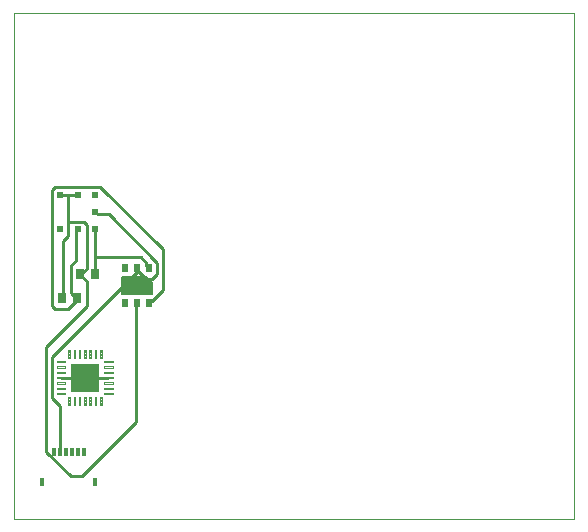
<source format=gtl>
G75*
%MOIN*%
%OFA0B0*%
%FSLAX25Y25*%
%IPPOS*%
%LPD*%
%AMOC8*
5,1,8,0,0,1.08239X$1,22.5*
%
%ADD10C,0.00000*%
%ADD11R,0.02362X0.01969*%
%ADD12R,0.01969X0.02362*%
%ADD13R,0.01181X0.03150*%
%ADD14R,0.01575X0.03150*%
%ADD15C,0.00472*%
%ADD16R,0.09449X0.09449*%
%ADD17R,0.01969X0.03150*%
%ADD18R,0.00787X0.00787*%
%ADD19C,0.00500*%
%ADD20R,0.02756X0.03543*%
%ADD21C,0.01000*%
D10*
X0001000Y0001000D02*
X0001000Y0169898D01*
X0187614Y0169898D01*
X0187614Y0001000D01*
X0001000Y0001000D01*
D11*
X0016354Y0097654D03*
X0022260Y0097654D03*
X0028165Y0097654D03*
X0028165Y0109071D03*
X0022260Y0109071D03*
X0016354Y0109071D03*
D12*
X0028165Y0103362D03*
D13*
X0024228Y0023441D03*
X0022260Y0023441D03*
X0020291Y0023441D03*
X0018323Y0023441D03*
X0016354Y0023441D03*
X0014386Y0023441D03*
D14*
X0010449Y0013598D03*
X0028165Y0013598D03*
D15*
X0028401Y0038992D02*
X0028401Y0041748D01*
X0028401Y0038992D02*
X0027929Y0038992D01*
X0027929Y0041748D01*
X0028401Y0041748D01*
X0028401Y0039463D02*
X0027929Y0039463D01*
X0027929Y0039934D02*
X0028401Y0039934D01*
X0028401Y0040405D02*
X0027929Y0040405D01*
X0027929Y0040876D02*
X0028401Y0040876D01*
X0028401Y0041347D02*
X0027929Y0041347D01*
X0026630Y0041748D02*
X0026630Y0038992D01*
X0026158Y0038992D01*
X0026158Y0041748D01*
X0026630Y0041748D01*
X0026630Y0039463D02*
X0026158Y0039463D01*
X0026158Y0039934D02*
X0026630Y0039934D01*
X0026630Y0040405D02*
X0026158Y0040405D01*
X0026158Y0040876D02*
X0026630Y0040876D01*
X0026630Y0041347D02*
X0026158Y0041347D01*
X0024858Y0041748D02*
X0024858Y0038992D01*
X0024386Y0038992D01*
X0024386Y0041748D01*
X0024858Y0041748D01*
X0024858Y0039463D02*
X0024386Y0039463D01*
X0024386Y0039934D02*
X0024858Y0039934D01*
X0024858Y0040405D02*
X0024386Y0040405D01*
X0024386Y0040876D02*
X0024858Y0040876D01*
X0024858Y0041347D02*
X0024386Y0041347D01*
X0023086Y0041748D02*
X0023086Y0038992D01*
X0022614Y0038992D01*
X0022614Y0041748D01*
X0023086Y0041748D01*
X0023086Y0039463D02*
X0022614Y0039463D01*
X0022614Y0039934D02*
X0023086Y0039934D01*
X0023086Y0040405D02*
X0022614Y0040405D01*
X0022614Y0040876D02*
X0023086Y0040876D01*
X0023086Y0041347D02*
X0022614Y0041347D01*
X0021315Y0041748D02*
X0021315Y0038992D01*
X0020843Y0038992D01*
X0020843Y0041748D01*
X0021315Y0041748D01*
X0021315Y0039463D02*
X0020843Y0039463D01*
X0020843Y0039934D02*
X0021315Y0039934D01*
X0021315Y0040405D02*
X0020843Y0040405D01*
X0020843Y0040876D02*
X0021315Y0040876D01*
X0021315Y0041347D02*
X0020843Y0041347D01*
X0019543Y0041748D02*
X0019543Y0038992D01*
X0019071Y0038992D01*
X0019071Y0041748D01*
X0019543Y0041748D01*
X0019543Y0039463D02*
X0019071Y0039463D01*
X0019071Y0039934D02*
X0019543Y0039934D01*
X0019543Y0040405D02*
X0019071Y0040405D01*
X0019071Y0040876D02*
X0019543Y0040876D01*
X0019543Y0041347D02*
X0019071Y0041347D01*
X0018126Y0042693D02*
X0015370Y0042693D01*
X0015370Y0043165D01*
X0018126Y0043165D01*
X0018126Y0042693D01*
X0018126Y0043164D02*
X0015370Y0043164D01*
X0015370Y0044465D02*
X0018126Y0044465D01*
X0015370Y0044465D02*
X0015370Y0044937D01*
X0018126Y0044937D01*
X0018126Y0044465D01*
X0018126Y0044936D02*
X0015370Y0044936D01*
X0015370Y0046236D02*
X0018126Y0046236D01*
X0015370Y0046236D02*
X0015370Y0046708D01*
X0018126Y0046708D01*
X0018126Y0046236D01*
X0018126Y0046707D02*
X0015370Y0046707D01*
X0015370Y0048008D02*
X0018126Y0048008D01*
X0015370Y0048008D02*
X0015370Y0048480D01*
X0018126Y0048480D01*
X0018126Y0048008D01*
X0018126Y0048479D02*
X0015370Y0048479D01*
X0015370Y0049780D02*
X0018126Y0049780D01*
X0015370Y0049780D02*
X0015370Y0050252D01*
X0018126Y0050252D01*
X0018126Y0049780D01*
X0018126Y0050251D02*
X0015370Y0050251D01*
X0015370Y0051551D02*
X0018126Y0051551D01*
X0015370Y0051551D02*
X0015370Y0052023D01*
X0018126Y0052023D01*
X0018126Y0051551D01*
X0018126Y0052022D02*
X0015370Y0052022D01*
X0015370Y0053323D02*
X0018126Y0053323D01*
X0015370Y0053323D02*
X0015370Y0053795D01*
X0018126Y0053795D01*
X0018126Y0053323D01*
X0018126Y0053794D02*
X0015370Y0053794D01*
X0019071Y0054740D02*
X0019071Y0057496D01*
X0019543Y0057496D01*
X0019543Y0054740D01*
X0019071Y0054740D01*
X0019071Y0055211D02*
X0019543Y0055211D01*
X0019543Y0055682D02*
X0019071Y0055682D01*
X0019071Y0056153D02*
X0019543Y0056153D01*
X0019543Y0056624D02*
X0019071Y0056624D01*
X0019071Y0057095D02*
X0019543Y0057095D01*
X0020843Y0057496D02*
X0020843Y0054740D01*
X0020843Y0057496D02*
X0021315Y0057496D01*
X0021315Y0054740D01*
X0020843Y0054740D01*
X0020843Y0055211D02*
X0021315Y0055211D01*
X0021315Y0055682D02*
X0020843Y0055682D01*
X0020843Y0056153D02*
X0021315Y0056153D01*
X0021315Y0056624D02*
X0020843Y0056624D01*
X0020843Y0057095D02*
X0021315Y0057095D01*
X0022614Y0057496D02*
X0022614Y0054740D01*
X0022614Y0057496D02*
X0023086Y0057496D01*
X0023086Y0054740D01*
X0022614Y0054740D01*
X0022614Y0055211D02*
X0023086Y0055211D01*
X0023086Y0055682D02*
X0022614Y0055682D01*
X0022614Y0056153D02*
X0023086Y0056153D01*
X0023086Y0056624D02*
X0022614Y0056624D01*
X0022614Y0057095D02*
X0023086Y0057095D01*
X0024386Y0057496D02*
X0024386Y0054740D01*
X0024386Y0057496D02*
X0024858Y0057496D01*
X0024858Y0054740D01*
X0024386Y0054740D01*
X0024386Y0055211D02*
X0024858Y0055211D01*
X0024858Y0055682D02*
X0024386Y0055682D01*
X0024386Y0056153D02*
X0024858Y0056153D01*
X0024858Y0056624D02*
X0024386Y0056624D01*
X0024386Y0057095D02*
X0024858Y0057095D01*
X0026158Y0057496D02*
X0026158Y0054740D01*
X0026158Y0057496D02*
X0026630Y0057496D01*
X0026630Y0054740D01*
X0026158Y0054740D01*
X0026158Y0055211D02*
X0026630Y0055211D01*
X0026630Y0055682D02*
X0026158Y0055682D01*
X0026158Y0056153D02*
X0026630Y0056153D01*
X0026630Y0056624D02*
X0026158Y0056624D01*
X0026158Y0057095D02*
X0026630Y0057095D01*
X0027929Y0057496D02*
X0027929Y0054740D01*
X0027929Y0057496D02*
X0028401Y0057496D01*
X0028401Y0054740D01*
X0027929Y0054740D01*
X0027929Y0055211D02*
X0028401Y0055211D01*
X0028401Y0055682D02*
X0027929Y0055682D01*
X0027929Y0056153D02*
X0028401Y0056153D01*
X0028401Y0056624D02*
X0027929Y0056624D01*
X0027929Y0057095D02*
X0028401Y0057095D01*
X0029701Y0057496D02*
X0029701Y0054740D01*
X0029701Y0057496D02*
X0030173Y0057496D01*
X0030173Y0054740D01*
X0029701Y0054740D01*
X0029701Y0055211D02*
X0030173Y0055211D01*
X0030173Y0055682D02*
X0029701Y0055682D01*
X0029701Y0056153D02*
X0030173Y0056153D01*
X0030173Y0056624D02*
X0029701Y0056624D01*
X0029701Y0057095D02*
X0030173Y0057095D01*
X0031118Y0053795D02*
X0033874Y0053795D01*
X0033874Y0053323D01*
X0031118Y0053323D01*
X0031118Y0053795D01*
X0031118Y0053794D02*
X0033874Y0053794D01*
X0033874Y0052023D02*
X0031118Y0052023D01*
X0033874Y0052023D02*
X0033874Y0051551D01*
X0031118Y0051551D01*
X0031118Y0052023D01*
X0031118Y0052022D02*
X0033874Y0052022D01*
X0033874Y0050252D02*
X0031118Y0050252D01*
X0033874Y0050252D02*
X0033874Y0049780D01*
X0031118Y0049780D01*
X0031118Y0050252D01*
X0031118Y0050251D02*
X0033874Y0050251D01*
X0033874Y0048480D02*
X0031118Y0048480D01*
X0033874Y0048480D02*
X0033874Y0048008D01*
X0031118Y0048008D01*
X0031118Y0048480D01*
X0031118Y0048479D02*
X0033874Y0048479D01*
X0033874Y0046708D02*
X0031118Y0046708D01*
X0033874Y0046708D02*
X0033874Y0046236D01*
X0031118Y0046236D01*
X0031118Y0046708D01*
X0031118Y0046707D02*
X0033874Y0046707D01*
X0033874Y0044937D02*
X0031118Y0044937D01*
X0033874Y0044937D02*
X0033874Y0044465D01*
X0031118Y0044465D01*
X0031118Y0044937D01*
X0031118Y0044936D02*
X0033874Y0044936D01*
X0033874Y0043165D02*
X0031118Y0043165D01*
X0033874Y0043165D02*
X0033874Y0042693D01*
X0031118Y0042693D01*
X0031118Y0043165D01*
X0031118Y0043164D02*
X0033874Y0043164D01*
X0030173Y0041748D02*
X0030173Y0038992D01*
X0029701Y0038992D01*
X0029701Y0041748D01*
X0030173Y0041748D01*
X0030173Y0039463D02*
X0029701Y0039463D01*
X0029701Y0039934D02*
X0030173Y0039934D01*
X0030173Y0040405D02*
X0029701Y0040405D01*
X0029701Y0040876D02*
X0030173Y0040876D01*
X0030173Y0041347D02*
X0029701Y0041347D01*
D16*
X0024622Y0048244D03*
D17*
X0038008Y0073047D03*
X0041945Y0073047D03*
X0045882Y0073047D03*
X0045882Y0084858D03*
X0041945Y0084858D03*
X0038008Y0084858D03*
D18*
X0041945Y0078953D03*
D19*
X0045094Y0081906D02*
X0046866Y0080134D01*
X0046866Y0076197D01*
X0037024Y0076197D01*
X0037024Y0081906D01*
X0045094Y0081906D01*
X0045241Y0081759D02*
X0037024Y0081759D01*
X0037024Y0081260D02*
X0045740Y0081260D01*
X0046238Y0080762D02*
X0037024Y0080762D01*
X0037024Y0080263D02*
X0046737Y0080263D01*
X0046866Y0079765D02*
X0037024Y0079765D01*
X0037024Y0079266D02*
X0046866Y0079266D01*
X0046866Y0078768D02*
X0037024Y0078768D01*
X0037024Y0078269D02*
X0046866Y0078269D01*
X0046866Y0077771D02*
X0037024Y0077771D01*
X0037024Y0077272D02*
X0046866Y0077272D01*
X0046866Y0076774D02*
X0037024Y0076774D01*
X0037024Y0076275D02*
X0046866Y0076275D01*
D20*
X0028106Y0082890D03*
X0022988Y0082890D03*
X0022004Y0074622D03*
X0016886Y0074622D03*
D21*
X0017200Y0074800D01*
X0017200Y0093700D01*
X0019000Y0095500D01*
X0019000Y0100000D01*
X0024400Y0100000D01*
X0025300Y0099100D01*
X0025300Y0084700D01*
X0023500Y0082900D01*
X0022988Y0082890D01*
X0023500Y0082000D01*
X0025300Y0080200D01*
X0025300Y0072100D01*
X0011800Y0058600D01*
X0011800Y0023500D01*
X0019900Y0015400D01*
X0023500Y0015400D01*
X0041500Y0033400D01*
X0041500Y0073000D01*
X0041945Y0073047D01*
X0045882Y0073047D02*
X0046000Y0073900D01*
X0046900Y0073900D01*
X0050500Y0077500D01*
X0050500Y0091000D01*
X0029800Y0111700D01*
X0014500Y0111700D01*
X0013600Y0110800D01*
X0013600Y0072100D01*
X0014500Y0071200D01*
X0019000Y0071200D01*
X0021700Y0073900D01*
X0022004Y0074622D01*
X0021700Y0074800D01*
X0019900Y0076600D01*
X0019900Y0085600D01*
X0021700Y0087400D01*
X0021700Y0097300D01*
X0022260Y0097654D01*
X0019000Y0100000D02*
X0019000Y0109000D01*
X0017200Y0109000D01*
X0016354Y0109071D01*
X0019000Y0109000D02*
X0021700Y0109000D01*
X0022260Y0109071D01*
X0028165Y0103362D02*
X0028900Y0102700D01*
X0032500Y0102700D01*
X0048700Y0086500D01*
X0048700Y0082900D01*
X0046900Y0081100D01*
X0045100Y0081100D01*
X0042400Y0083800D01*
X0041945Y0084858D01*
X0041500Y0084700D01*
X0042400Y0083800D01*
X0013600Y0055000D01*
X0013600Y0041500D01*
X0016300Y0038800D01*
X0016300Y0023500D01*
X0016354Y0023441D01*
X0016748Y0048244D02*
X0024622Y0048244D01*
X0032496Y0048244D01*
X0028106Y0082890D02*
X0028000Y0082900D01*
X0028000Y0088300D01*
X0043300Y0088300D01*
X0045100Y0086500D01*
X0045100Y0085600D01*
X0045882Y0084858D01*
X0028000Y0088300D02*
X0028000Y0097300D01*
X0028165Y0097654D01*
M02*

</source>
